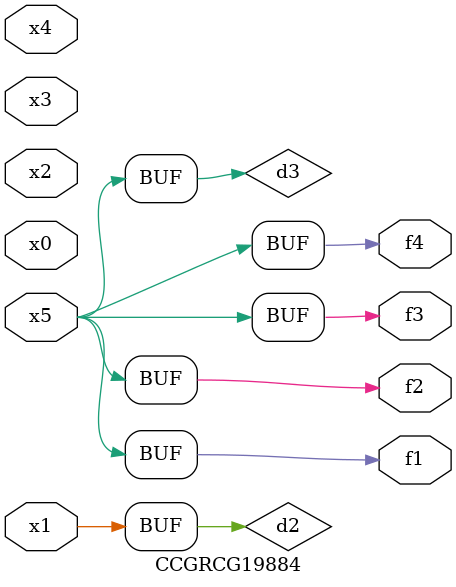
<source format=v>
module CCGRCG19884(
	input x0, x1, x2, x3, x4, x5,
	output f1, f2, f3, f4
);

	wire d1, d2, d3;

	not (d1, x5);
	or (d2, x1);
	xnor (d3, d1);
	assign f1 = d3;
	assign f2 = d3;
	assign f3 = d3;
	assign f4 = d3;
endmodule

</source>
